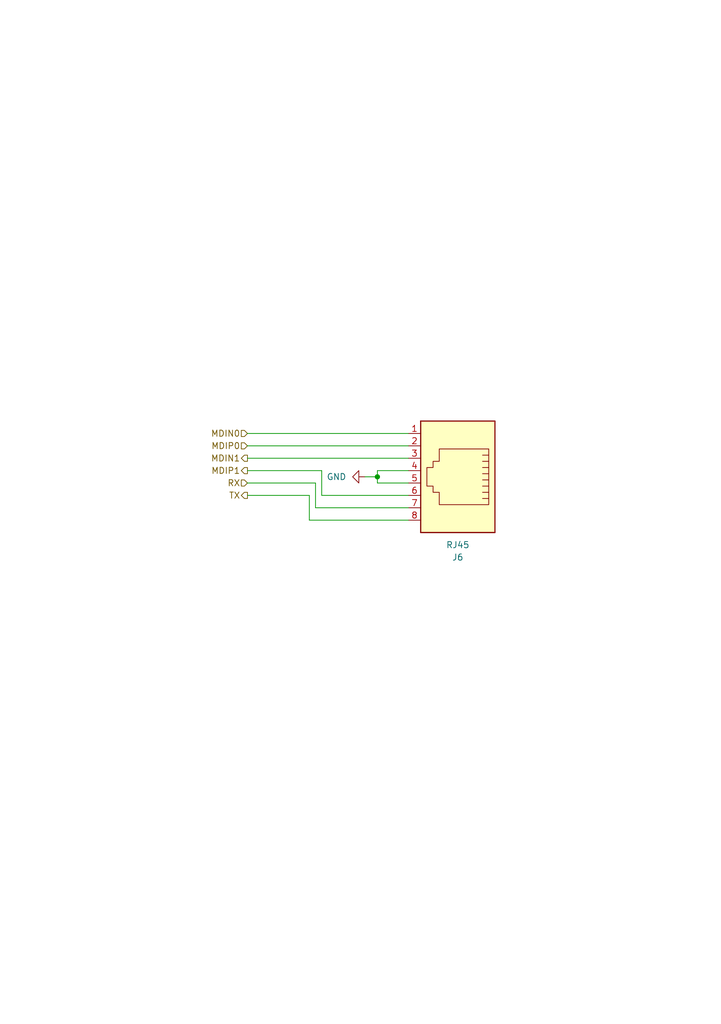
<source format=kicad_sch>
(kicad_sch (version 20250114) (generator "eeschema") (generator_version "9.0")
  (paper "A5" portrait)
  (lib_symbols
    (symbol "Connector:RJ45" (pin_names (offset 1.016))
      (property "Reference" "J" (at -5.08 13.97 0))
      (property "Value" "RJ45" (at 2.54 13.97 0))
      (symbol "RJ45_0_1"
        (polyline (pts (xy -6.35 1.905) (xy -5.08 1.905) (xy -5.08 1.905)))
        (polyline (pts (xy -6.35 0.635) (xy -5.08 0.635) (xy -5.08 0.635)))
        (polyline (pts (xy -6.35 -0.635) (xy -5.08 -0.635) (xy -5.08 -0.635)))
        (polyline (pts (xy -6.35 -1.905) (xy -5.08 -1.905) (xy -5.08 -1.905)))
        (polyline (pts (xy -6.35 -3.175) (xy -5.08 -3.175) (xy -5.08 -3.175)))
        (polyline (pts (xy -6.35 -4.445) (xy -6.35 6.985) (xy 3.81 6.985) (xy 3.81 4.445) (xy 5.08 4.445) (xy 5.08 3.175) (xy 6.35 3.175) (xy 6.35 -0.635) (xy 5.08 -0.635) (xy 5.08 -1.905) (xy 3.81 -1.905) (xy 3.81 -4.445) (xy -6.35 -4.445) (xy -6.35 -4.445)))
        (polyline (pts (xy -5.08 5.715) (xy -6.35 5.715)))
        (polyline (pts (xy -5.08 4.445) (xy -6.35 4.445)))
        (polyline (pts (xy -5.08 3.175) (xy -6.35 3.175) (xy -6.35 3.175)))
        (rectangle (start 7.62 12.7) (end -7.62 -10.16) (stroke (width 0.254)) (fill (type background)))
      )
      (symbol "RJ45_1_1"
        (pin passive line (at 10.16 10.16 180) (length 2.54) (name "~") (number "8"))
        (pin passive line (at 10.16 7.62 180) (length 2.54) (name "~") (number "7"))
        (pin passive line (at 10.16 5.08 180) (length 2.54) (name "~") (number "6"))
        (pin passive line (at 10.16 2.54 180) (length 2.54) (name "~") (number "5"))
        (pin passive line (at 10.16 0 180) (length 2.54) (name "~") (number "4"))
        (pin passive line (at 10.16 -2.54 180) (length 2.54) (name "~") (number "3"))
        (pin passive line (at 10.16 -5.08 180) (length 2.54) (name "~") (number "2"))
        (pin passive line (at 10.16 -7.62 180) (length 2.54) (name "~") (number "1"))
      )
    )
    (symbol "power:GND" (power) (pin_numbers (hide yes)) (pin_names (offset 0) (hide yes))
      (property "Value" "GND" (at 0 -3.81 0))
      (symbol "GND_0_1"
        (polyline (pts (xy 0 0) (xy 0 -1.27) (xy 1.27 -1.27) (xy 0 -2.54) (xy -1.27 -1.27) (xy 0 -1.27)))
      )
      (symbol "GND_1_1"
        (pin power_in line (at 0 0 270) (length 0) (name "~") (number "1"))
      )
    )
  )
  (junction (at 77.47 97.79))
  (wire (pts (xy 50.8 91.44) (xy 83.82 91.44)))
  (wire (pts (xy 77.47 97.79) (xy 74.93 97.79)))
  (wire (pts (xy 50.8 101.6) (xy 63.5 101.6)))
  (wire (pts (xy 63.5 106.68) (xy 83.82 106.68)))
  (wire (pts (xy 50.8 99.06) (xy 64.77 99.06)))
  (wire (pts (xy 83.82 99.06) (xy 77.47 99.06)))
  (wire (pts (xy 66.04 96.52) (xy 66.04 101.6)))
  (wire (pts (xy 77.47 96.52) (xy 77.47 97.79)))
  (wire (pts (xy 77.47 99.06) (xy 77.47 97.79)))
  (wire (pts (xy 64.77 99.06) (xy 64.77 104.14)))
  (wire (pts (xy 64.77 104.14) (xy 83.82 104.14)))
  (wire (pts (xy 66.04 101.6) (xy 83.82 101.6)))
  (wire (pts (xy 50.8 93.98) (xy 83.82 93.98)))
  (wire (pts (xy 63.5 101.6) (xy 63.5 106.68)))
  (wire (pts (xy 83.82 96.52) (xy 77.47 96.52)))
  (wire (pts (xy 50.8 96.52) (xy 66.04 96.52)))
  (wire (pts (xy 50.8 88.9) (xy 83.82 88.9)))
  (hierarchical_label "MDIN0" (shape input) (at 50.8 88.9 180))
  (hierarchical_label "TX" (shape output) (at 50.8 101.6 180))
  (hierarchical_label "MDIP0" (shape input) (at 50.8 91.44 180))
  (hierarchical_label "MDIP1" (shape output) (at 50.8 96.52 180))
  (hierarchical_label "RX" (shape input) (at 50.8 99.06 180))
  (hierarchical_label "MDIN1" (shape output) (at 50.8 93.98 180))
  (symbol (lib_id "Connector:RJ45") (at 93.98 96.52 180) (unit 1)
    (property "Reference" "J6" (at 93.98 114.3 0))
    (property "Value" "RJ45" (at 93.98 111.76 0))
    (property "Footprint" "Connector_RJ:RJ45_Plug_Metz_AJP92A8813" (effects (hide yes)))
    (property "Description" "RJ connector, 8P8C (8 positions 8 connected)" (effects (hide yes)))
  )
  (symbol (lib_id "power:GND") (at 74.93 97.79 270) (unit 1)
    (property "Reference" "#PWR038" (effects (hide yes)))
    (property "Value" "GND" (at 71.12 97.79 90) (effects (justify right)))
  )
)
</source>
